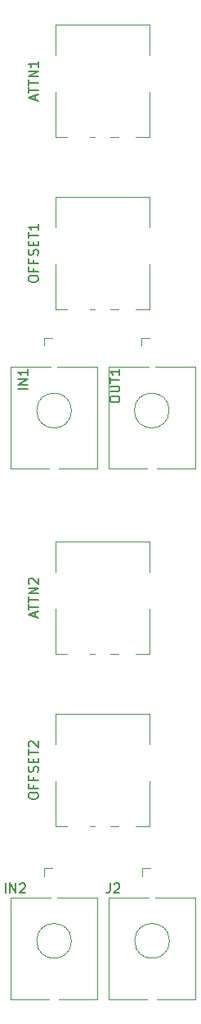
<source format=gbr>
G04 #@! TF.GenerationSoftware,KiCad,Pcbnew,5.1.7-1.fc31*
G04 #@! TF.CreationDate,2021-04-18T18:46:58-04:00*
G04 #@! TF.ProjectId,offsetAttenuverter,6f666673-6574-4417-9474-656e75766572,rev?*
G04 #@! TF.SameCoordinates,Original*
G04 #@! TF.FileFunction,Legend,Top*
G04 #@! TF.FilePolarity,Positive*
%FSLAX46Y46*%
G04 Gerber Fmt 4.6, Leading zero omitted, Abs format (unit mm)*
G04 Created by KiCad (PCBNEW 5.1.7-1.fc31) date 2021-04-18 18:46:58*
%MOMM*%
%LPD*%
G01*
G04 APERTURE LIST*
%ADD10C,0.120000*%
%ADD11C,0.150000*%
G04 APERTURE END LIST*
D10*
G04 #@! TO.C,J2*
X36140000Y-141045000D02*
X36140000Y-151545000D01*
X45140000Y-141045000D02*
X45140000Y-151545000D01*
X45140000Y-151545000D02*
X41140000Y-151545000D01*
X40140000Y-151545000D02*
X36140000Y-151545000D01*
X45140000Y-141045000D02*
X40990000Y-141045000D01*
X40290000Y-141045000D02*
X36140000Y-141045000D01*
X42440000Y-145545000D02*
G75*
G03*
X42440000Y-145545000I-1800000J0D01*
G01*
X39580000Y-138065000D02*
X39580000Y-138865000D01*
X39580000Y-138065000D02*
X40440000Y-138065000D01*
G04 #@! TO.C,OFFSET1*
X40390000Y-68810000D02*
X30650000Y-68810000D01*
X40390000Y-80400000D02*
X38900000Y-80400000D01*
X40390000Y-71870000D02*
X40390000Y-68810000D01*
X30640000Y-80400000D02*
X30640000Y-75680000D01*
X30650000Y-71870000D02*
X30650000Y-68810000D01*
X40390000Y-80400000D02*
X40390000Y-75680000D01*
X31830000Y-80400000D02*
X30650000Y-80400000D01*
X34730000Y-80400000D02*
X34200000Y-80400000D01*
X37180000Y-80400000D02*
X36350000Y-80400000D01*
G04 #@! TO.C,OUT1*
X36101556Y-86316448D02*
X36101556Y-96816448D01*
X45101556Y-86316448D02*
X45101556Y-96816448D01*
X45101556Y-96816448D02*
X41101556Y-96816448D01*
X40101556Y-96816448D02*
X36101556Y-96816448D01*
X45101556Y-86316448D02*
X40951556Y-86316448D01*
X40251556Y-86316448D02*
X36101556Y-86316448D01*
X42401556Y-90816448D02*
G75*
G03*
X42401556Y-90816448I-1800000J0D01*
G01*
X39541556Y-83336448D02*
X39541556Y-84136448D01*
X39541556Y-83336448D02*
X40401556Y-83336448D01*
G04 #@! TO.C,OFFSET2*
X40390000Y-122150000D02*
X30650000Y-122150000D01*
X40390000Y-133740000D02*
X38900000Y-133740000D01*
X40390000Y-125210000D02*
X40390000Y-122150000D01*
X30640000Y-133740000D02*
X30640000Y-129020000D01*
X30650000Y-125210000D02*
X30650000Y-122150000D01*
X40390000Y-133740000D02*
X40390000Y-129020000D01*
X31830000Y-133740000D02*
X30650000Y-133740000D01*
X34730000Y-133740000D02*
X34200000Y-133740000D01*
X37180000Y-133740000D02*
X36350000Y-133740000D01*
G04 #@! TO.C,IN2*
X25980000Y-141045000D02*
X25980000Y-151545000D01*
X34980000Y-141045000D02*
X34980000Y-151545000D01*
X34980000Y-151545000D02*
X30980000Y-151545000D01*
X29980000Y-151545000D02*
X25980000Y-151545000D01*
X34980000Y-141045000D02*
X30830000Y-141045000D01*
X30130000Y-141045000D02*
X25980000Y-141045000D01*
X32280000Y-145545000D02*
G75*
G03*
X32280000Y-145545000I-1800000J0D01*
G01*
X29420000Y-138065000D02*
X29420000Y-138865000D01*
X29420000Y-138065000D02*
X30280000Y-138065000D01*
G04 #@! TO.C,IN1*
X25982520Y-86319119D02*
X25982520Y-96819119D01*
X34982520Y-86319119D02*
X34982520Y-96819119D01*
X34982520Y-96819119D02*
X30982520Y-96819119D01*
X29982520Y-96819119D02*
X25982520Y-96819119D01*
X34982520Y-86319119D02*
X30832520Y-86319119D01*
X30132520Y-86319119D02*
X25982520Y-86319119D01*
X32282520Y-90819119D02*
G75*
G03*
X32282520Y-90819119I-1800000J0D01*
G01*
X29422520Y-83339119D02*
X29422520Y-84139119D01*
X29422520Y-83339119D02*
X30282520Y-83339119D01*
G04 #@! TO.C,ATTN2*
X40390000Y-104370000D02*
X30650000Y-104370000D01*
X40390000Y-115960000D02*
X38900000Y-115960000D01*
X40390000Y-107430000D02*
X40390000Y-104370000D01*
X30640000Y-115960000D02*
X30640000Y-111240000D01*
X30650000Y-107430000D02*
X30650000Y-104370000D01*
X40390000Y-115960000D02*
X40390000Y-111240000D01*
X31830000Y-115960000D02*
X30650000Y-115960000D01*
X34730000Y-115960000D02*
X34200000Y-115960000D01*
X37180000Y-115960000D02*
X36350000Y-115960000D01*
G04 #@! TO.C,ATTN1*
X40390000Y-51030000D02*
X30650000Y-51030000D01*
X40390000Y-62620000D02*
X38900000Y-62620000D01*
X40390000Y-54090000D02*
X40390000Y-51030000D01*
X30640000Y-62620000D02*
X30640000Y-57900000D01*
X30650000Y-54090000D02*
X30650000Y-51030000D01*
X40390000Y-62620000D02*
X40390000Y-57900000D01*
X31830000Y-62620000D02*
X30650000Y-62620000D01*
X34730000Y-62620000D02*
X34200000Y-62620000D01*
X37180000Y-62620000D02*
X36350000Y-62620000D01*
G04 #@! TO.C,J2*
D11*
X36276666Y-139597380D02*
X36276666Y-140311666D01*
X36229047Y-140454523D01*
X36133809Y-140549761D01*
X35990952Y-140597380D01*
X35895714Y-140597380D01*
X36705238Y-139692619D02*
X36752857Y-139645000D01*
X36848095Y-139597380D01*
X37086190Y-139597380D01*
X37181428Y-139645000D01*
X37229047Y-139692619D01*
X37276666Y-139787857D01*
X37276666Y-139883095D01*
X37229047Y-140025952D01*
X36657619Y-140597380D01*
X37276666Y-140597380D01*
G04 #@! TO.C,OFFSET1*
X27832380Y-77308095D02*
X27832380Y-77117619D01*
X27880000Y-77022380D01*
X27975238Y-76927142D01*
X28165714Y-76879523D01*
X28499047Y-76879523D01*
X28689523Y-76927142D01*
X28784761Y-77022380D01*
X28832380Y-77117619D01*
X28832380Y-77308095D01*
X28784761Y-77403333D01*
X28689523Y-77498571D01*
X28499047Y-77546190D01*
X28165714Y-77546190D01*
X27975238Y-77498571D01*
X27880000Y-77403333D01*
X27832380Y-77308095D01*
X28308571Y-76117619D02*
X28308571Y-76450952D01*
X28832380Y-76450952D02*
X27832380Y-76450952D01*
X27832380Y-75974761D01*
X28308571Y-75260476D02*
X28308571Y-75593809D01*
X28832380Y-75593809D02*
X27832380Y-75593809D01*
X27832380Y-75117619D01*
X28784761Y-74784285D02*
X28832380Y-74641428D01*
X28832380Y-74403333D01*
X28784761Y-74308095D01*
X28737142Y-74260476D01*
X28641904Y-74212857D01*
X28546666Y-74212857D01*
X28451428Y-74260476D01*
X28403809Y-74308095D01*
X28356190Y-74403333D01*
X28308571Y-74593809D01*
X28260952Y-74689047D01*
X28213333Y-74736666D01*
X28118095Y-74784285D01*
X28022857Y-74784285D01*
X27927619Y-74736666D01*
X27880000Y-74689047D01*
X27832380Y-74593809D01*
X27832380Y-74355714D01*
X27880000Y-74212857D01*
X28308571Y-73784285D02*
X28308571Y-73450952D01*
X28832380Y-73308095D02*
X28832380Y-73784285D01*
X27832380Y-73784285D01*
X27832380Y-73308095D01*
X27832380Y-73022380D02*
X27832380Y-72450952D01*
X28832380Y-72736666D02*
X27832380Y-72736666D01*
X28832380Y-71593809D02*
X28832380Y-72165238D01*
X28832380Y-71879523D02*
X27832380Y-71879523D01*
X27975238Y-71974761D01*
X28070476Y-72070000D01*
X28118095Y-72165238D01*
G04 #@! TO.C,OUT1*
X36282380Y-89741190D02*
X36282380Y-89550714D01*
X36330000Y-89455476D01*
X36425238Y-89360238D01*
X36615714Y-89312619D01*
X36949047Y-89312619D01*
X37139523Y-89360238D01*
X37234761Y-89455476D01*
X37282380Y-89550714D01*
X37282380Y-89741190D01*
X37234761Y-89836428D01*
X37139523Y-89931666D01*
X36949047Y-89979285D01*
X36615714Y-89979285D01*
X36425238Y-89931666D01*
X36330000Y-89836428D01*
X36282380Y-89741190D01*
X36282380Y-88884047D02*
X37091904Y-88884047D01*
X37187142Y-88836428D01*
X37234761Y-88788809D01*
X37282380Y-88693571D01*
X37282380Y-88503095D01*
X37234761Y-88407857D01*
X37187142Y-88360238D01*
X37091904Y-88312619D01*
X36282380Y-88312619D01*
X36282380Y-87979285D02*
X36282380Y-87407857D01*
X37282380Y-87693571D02*
X36282380Y-87693571D01*
X37282380Y-86550714D02*
X37282380Y-87122142D01*
X37282380Y-86836428D02*
X36282380Y-86836428D01*
X36425238Y-86931666D01*
X36520476Y-87026904D01*
X36568095Y-87122142D01*
G04 #@! TO.C,OFFSET2*
X27832380Y-130648095D02*
X27832380Y-130457619D01*
X27880000Y-130362380D01*
X27975238Y-130267142D01*
X28165714Y-130219523D01*
X28499047Y-130219523D01*
X28689523Y-130267142D01*
X28784761Y-130362380D01*
X28832380Y-130457619D01*
X28832380Y-130648095D01*
X28784761Y-130743333D01*
X28689523Y-130838571D01*
X28499047Y-130886190D01*
X28165714Y-130886190D01*
X27975238Y-130838571D01*
X27880000Y-130743333D01*
X27832380Y-130648095D01*
X28308571Y-129457619D02*
X28308571Y-129790952D01*
X28832380Y-129790952D02*
X27832380Y-129790952D01*
X27832380Y-129314761D01*
X28308571Y-128600476D02*
X28308571Y-128933809D01*
X28832380Y-128933809D02*
X27832380Y-128933809D01*
X27832380Y-128457619D01*
X28784761Y-128124285D02*
X28832380Y-127981428D01*
X28832380Y-127743333D01*
X28784761Y-127648095D01*
X28737142Y-127600476D01*
X28641904Y-127552857D01*
X28546666Y-127552857D01*
X28451428Y-127600476D01*
X28403809Y-127648095D01*
X28356190Y-127743333D01*
X28308571Y-127933809D01*
X28260952Y-128029047D01*
X28213333Y-128076666D01*
X28118095Y-128124285D01*
X28022857Y-128124285D01*
X27927619Y-128076666D01*
X27880000Y-128029047D01*
X27832380Y-127933809D01*
X27832380Y-127695714D01*
X27880000Y-127552857D01*
X28308571Y-127124285D02*
X28308571Y-126790952D01*
X28832380Y-126648095D02*
X28832380Y-127124285D01*
X27832380Y-127124285D01*
X27832380Y-126648095D01*
X27832380Y-126362380D02*
X27832380Y-125790952D01*
X28832380Y-126076666D02*
X27832380Y-126076666D01*
X27927619Y-125505238D02*
X27880000Y-125457619D01*
X27832380Y-125362380D01*
X27832380Y-125124285D01*
X27880000Y-125029047D01*
X27927619Y-124981428D01*
X28022857Y-124933809D01*
X28118095Y-124933809D01*
X28260952Y-124981428D01*
X28832380Y-125552857D01*
X28832380Y-124933809D01*
G04 #@! TO.C,IN2*
X25450000Y-140597380D02*
X25450000Y-139597380D01*
X25926190Y-140597380D02*
X25926190Y-139597380D01*
X26497619Y-140597380D01*
X26497619Y-139597380D01*
X26926190Y-139692619D02*
X26973809Y-139645000D01*
X27069047Y-139597380D01*
X27307142Y-139597380D01*
X27402380Y-139645000D01*
X27450000Y-139692619D01*
X27497619Y-139787857D01*
X27497619Y-139883095D01*
X27450000Y-140025952D01*
X26878571Y-140597380D01*
X27497619Y-140597380D01*
G04 #@! TO.C,IN1*
X27757380Y-88630000D02*
X26757380Y-88630000D01*
X27757380Y-88153809D02*
X26757380Y-88153809D01*
X27757380Y-87582380D01*
X26757380Y-87582380D01*
X27757380Y-86582380D02*
X27757380Y-87153809D01*
X27757380Y-86868095D02*
X26757380Y-86868095D01*
X26900238Y-86963333D01*
X26995476Y-87058571D01*
X27043095Y-87153809D01*
G04 #@! TO.C,ATTN2*
X28546666Y-112130000D02*
X28546666Y-111653809D01*
X28832380Y-112225238D02*
X27832380Y-111891904D01*
X28832380Y-111558571D01*
X27832380Y-111368095D02*
X27832380Y-110796666D01*
X28832380Y-111082380D02*
X27832380Y-111082380D01*
X27832380Y-110606190D02*
X27832380Y-110034761D01*
X28832380Y-110320476D02*
X27832380Y-110320476D01*
X28832380Y-109701428D02*
X27832380Y-109701428D01*
X28832380Y-109130000D01*
X27832380Y-109130000D01*
X27927619Y-108701428D02*
X27880000Y-108653809D01*
X27832380Y-108558571D01*
X27832380Y-108320476D01*
X27880000Y-108225238D01*
X27927619Y-108177619D01*
X28022857Y-108130000D01*
X28118095Y-108130000D01*
X28260952Y-108177619D01*
X28832380Y-108749047D01*
X28832380Y-108130000D01*
G04 #@! TO.C,ATTN1*
X28546666Y-58790000D02*
X28546666Y-58313809D01*
X28832380Y-58885238D02*
X27832380Y-58551904D01*
X28832380Y-58218571D01*
X27832380Y-58028095D02*
X27832380Y-57456666D01*
X28832380Y-57742380D02*
X27832380Y-57742380D01*
X27832380Y-57266190D02*
X27832380Y-56694761D01*
X28832380Y-56980476D02*
X27832380Y-56980476D01*
X28832380Y-56361428D02*
X27832380Y-56361428D01*
X28832380Y-55790000D01*
X27832380Y-55790000D01*
X28832380Y-54790000D02*
X28832380Y-55361428D01*
X28832380Y-55075714D02*
X27832380Y-55075714D01*
X27975238Y-55170952D01*
X28070476Y-55266190D01*
X28118095Y-55361428D01*
G04 #@! TD*
M02*

</source>
